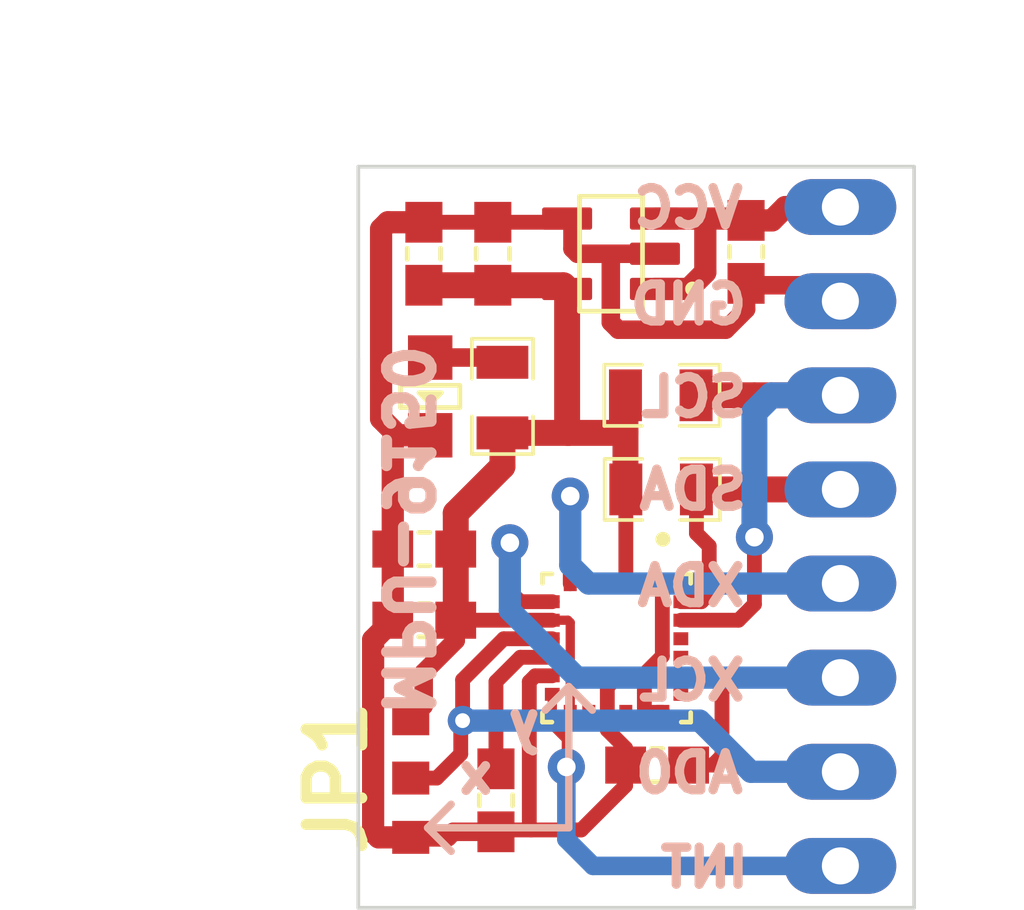
<source format=kicad_pcb>
(kicad_pcb (version 20221018) (generator pcbnew)
  (layers (0 "F.Cu" signal) (31 "B.Cu" signal) (34 "B.Paste" user) (35 "F.Paste" user) (36 "B.SilkS" user "B.Silkscreen") (37 "F.SilkS" user "F.Silkscreen") (38 "B.Mask" user) (39 "F.Mask" user) (44 "Edge.Cuts" user))
  (net 0 "")
  (net 1 "GND")
  (net 2 "Net-(U1-CPOUT)")
  (net 3 "Net-(U1-REGOUT)")
  (net 4 "+3.3V")
  (net 5 "VCC")
  (net 6 "Net-(LED1-A)")
  (net 7 "/SCL")
  (net 8 "/SDA")
  (net 9 "/XDA")
  (net 10 "/XCL")
  (net 11 "/INT")
  (net 20 "/AD0")
  (footprint "footprints:C_0603" (layer "F.Cu") (at 158.6 57.1 90)
    (fp_text reference "C2" hide)
    (fp_text value "100nF")
    (fp_line (start -0.15 -0.45) (end 0.15 -0.45) (stroke (width 0.127)) (layer "F.SilkS"))
    (fp_line (start -0.15 0.45) (end 0.15 0.45) (stroke (width 0.127)) (layer "F.SilkS"))
    (pad "1" smd rect (at -0.85 0 90) (size 1.1 1) (layers "F.Cu" "F.Paste" "F.Mask") (net 1 "GND"))
    (pad "2" smd rect (at 0.85 0 90) (size 1.1 1) (layers "F.Cu" "F.Paste" "F.Mask") (net 3 "Net-(U1-REGOUT)"))
  )
  (footprint "EESTN5:R_0805" (layer "F.Cu") (at 158.775238 46.23175 90)
    (fp_text reference "R3" hide)
    (fp_text value "1K" hide)
    (fp_line (start -1.524 -0.8255) (end -0.508 -0.8255) (stroke (width 0.09906)) (layer "F.SilkS"))
    (fp_line (start -1.524 0.8255) (end -1.524 -0.8255) (stroke (width 0.09906)) (layer "F.SilkS"))
    (fp_line (start -0.508 0.8255) (end -1.524 0.8255) (stroke (width 0.09906)) (layer "F.SilkS"))
    (fp_line (start 0.508 -0.8255) (end 1.5875 -0.8255) (stroke (width 0.09906)) (layer "F.SilkS"))
    (fp_line (start 1.5875 -0.8255) (end 1.5875 0.8255) (stroke (width 0.09906)) (layer "F.SilkS"))
    (fp_line (start 1.5875 0.8255) (end 0.508 0.8255) (stroke (width 0.09906)) (layer "F.SilkS"))
    (pad "1" smd rect (at -0.9525 0 90) (size 0.889 1.397) (layers "F.Cu" "F.Paste" "F.Mask") (net 4 "+3.3V"))
    (pad "2" smd rect (at 0.9525 0 90) (size 0.889 1.397) (layers "F.Cu" "F.Paste" "F.Mask") (net 6 "Net-(LED1-A)"))
  )
  (footprint "footprints:C_0603" (layer "F.Cu") (at 162.95 56.15)
    (fp_text reference "C1" hide)
    (fp_text value "2.2nF")
    (fp_line (start -0.15 -0.45) (end 0.15 -0.45) (stroke (width 0.127)) (layer "F.SilkS"))
    (fp_line (start -0.15 0.45) (end 0.15 0.45) (stroke (width 0.127)) (layer "F.SilkS"))
    (pad "1" smd rect (at -0.85 0) (size 1.1 1) (layers "F.Cu" "F.Paste" "F.Mask") (net 1 "GND"))
    (pad "2" smd rect (at 0.85 0) (size 1.1 1) (layers "F.Cu" "F.Paste" "F.Mask") (net 2 "Net-(U1-CPOUT)"))
  )
  (footprint "footprints:AP2112K-3.3-Sot25" (layer "F.Cu") (at 161.705238 42.35 180)
    (fp_text reference "U2" hide)
    (fp_text value "AP2112K-3.3")
    (fp_line (start -0.85 -1.55) (end -0.85 -1.45) (stroke (width 0.127)) (layer "F.SilkS"))
    (fp_line (start -0.85 1.55) (end -0.85 -1.55) (stroke (width 0.127)) (layer "F.SilkS"))
    (fp_line (start -0.85 1.55) (end -0.85 1.45) (stroke (width 0.127)) (layer "F.SilkS"))
    (fp_line (start 0.85 -1.55) (end -0.85 -1.55) (stroke (width 0.127)) (layer "F.SilkS"))
    (fp_line (start 0.85 -1.55) (end 0.85 -1.45) (stroke (width 0.127)) (layer "F.SilkS"))
    (fp_line (start 0.85 -1.55) (end 0.85 1.55) (stroke (width 0.127)) (layer "F.SilkS"))
    (fp_line (start 0.85 1.55) (end -0.85 1.55) (stroke (width 0.127)) (layer "F.SilkS"))
    (fp_line (start 0.85 1.55) (end 0.85 1.45) (stroke (width 0.127)) (layer "F.SilkS"))
    (fp_circle (center -2.2 -0.95) (end -2.1 -0.95) (stroke (width 0.2)) (fill none) (layer "F.SilkS"))
    (pad "1" smd roundrect (at -1.185 -0.95 90) (size 0.6 1.35) (layers "F.Cu" "F.Paste" "F.Mask") (roundrect_rratio 0.1) (net 5 "VCC"))
    (pad "2" smd roundrect (at -1.185 0 90) (size 0.6 1.35) (layers "F.Cu" "F.Paste" "F.Mask") (roundrect_rratio 0.1) (net 1 "GND"))
    (pad "2" smd roundrect (at 1.185 0.95 90) (size 0.6 1.35) (layers "F.Cu" "F.Paste" "F.Mask") (roundrect_rratio 0.1) (net 1 "GND"))
    (pad "3" smd roundrect (at -1.185 0.95 90) (size 0.6 1.35) (layers "F.Cu" "F.Paste" "F.Mask") (roundrect_rratio 0.1) (net 5 "VCC"))
    (pad "5" smd roundrect (at 1.185 -0.95 90) (size 0.6 1.35) (layers "F.Cu" "F.Paste" "F.Mask") (roundrect_rratio 0.1) (net 4 "+3.3V"))
  )
  (footprint "footprints:C_0603" (layer "F.Cu") (at 156.655238 42.35 -90)
    (fp_text reference "C5" hide)
    (fp_text value "100nF")
    (fp_line (start -0.15 -0.45) (end 0.15 -0.45) (stroke (width 0.127)) (layer "F.SilkS"))
    (fp_line (start -0.15 0.45) (end 0.15 0.45) (stroke (width 0.127)) (layer "F.SilkS"))
    (pad "1" smd rect (at -0.85 0 270) (size 1.1 1) (layers "F.Cu" "F.Paste" "F.Mask") (net 1 "GND"))
    (pad "2" smd rect (at 0.85 0 270) (size 1.1 1) (layers "F.Cu" "F.Paste" "F.Mask") (net 4 "+3.3V"))
  )
  (footprint "EESTN5:Led_0805" (layer "F.Cu") (at 156.825238 46.2 -90)
    (fp_text reference "LED1" hide)
    (fp_text value "LED" hide)
    (fp_line (start -0.3 -0.8) (end 0.3 -0.8) (stroke (width 0.127)) (layer "F.SilkS"))
    (fp_line (start -0.29972 -0.8001) (end -0.29972 0.8001) (stroke (width 0.127)) (layer "F.SilkS"))
    (fp_line (start -0.09906 -0.29972) (end -0.09906 0.29972) (stroke (width 0.127)) (layer "F.SilkS"))
    (fp_line (start -0.09906 0.29972) (end 0.20066 0) (stroke (width 0.127)) (layer "F.SilkS"))
    (fp_line (start 0 -0.20066) (end 0 0.20066) (stroke (width 0.127)) (layer "F.SilkS"))
    (fp_line (start 0.09906 0.09906) (end 0.09906 -0.09906) (stroke (width 0.127)) (layer "F.SilkS"))
    (fp_line (start 0.20066 0) (end -0.09906 -0.29972) (stroke (width 0.127)) (layer "F.SilkS"))
    (fp_line (start 0.29972 0.8001) (end 0.29972 -0.8001) (stroke (width 0.127)) (layer "F.SilkS"))
    (fp_line (start 0.3 0.8) (end -0.3 0.8) (stroke (width 0.127)) (layer "F.SilkS"))
    (pad "1" smd rect (at -1.04902 0 270) (size 1.19888 1.19888) (layers "F.Cu" "F.Paste" "F.Mask") (net 6 "Net-(LED1-A)"))
    (pad "2" smd rect (at 1.04902 0 270) (size 1.19888 1.19888) (layers "F.Cu" "F.Paste" "F.Mask") (net 1 "GND"))
  )
  (footprint "footprints:C_0603" (layer "F.Cu") (at 165.35 42.3 -90)
    (fp_text reference "C7" hide)
    (fp_text value "4.7uF")
    (fp_line (start -0.15 -0.45) (end 0.15 -0.45) (stroke (width 0.127)) (layer "F.SilkS"))
    (fp_line (start -0.15 0.45) (end 0.15 0.45) (stroke (width 0.127)) (layer "F.SilkS"))
    (pad "1" smd rect (at -0.85 0 270) (size 1.1 1) (layers "F.Cu" "F.Paste" "F.Mask") (net 5 "VCC"))
    (pad "2" smd rect (at 0.85 0 270) (size 1.1 1) (layers "F.Cu" "F.Paste" "F.Mask") (net 1 "GND"))
  )
  (footprint "EESTN5:R_0805" (layer "F.Cu") (at 156.3 56.5 90)
    (fp_text reference "JP1" (at 0 -2 90) (layer "F.SilkS") (effects (font (size 1.5 1.5) (thickness 0.3))))
    (fp_text value "Jump" hide)
    (pad "1" smd rect (at -1.6 0 90) (size 0.889 1) (layers "F.Cu" "F.Paste" "F.Mask") (net 1 "GND"))
    (pad "2" smd rect (at 0 0 90) (size 0.889 1) (layers "F.Cu" "F.Paste" "F.Mask") (net 20 "/AD0"))
    (pad "3" smd rect (at 1.6 0 90) (size 0.889 1) (layers "F.Cu" "F.Paste" "F.Mask") (net 4 "+3.3V"))
  )
  (footprint "footprints:C_0603" (layer "F.Cu") (at 156.665238 52.24 180)
    (fp_text reference "C4" hide)
    (fp_text value "10nF")
    (fp_line (start -0.15 -0.45) (end 0.15 -0.45) (stroke (width 0.127)) (layer "F.SilkS"))
    (fp_line (start -0.15 0.45) (end 0.15 0.45) (stroke (width 0.127)) (layer "F.SilkS"))
    (pad "1" smd rect (at -0.85 0 180) (size 1.1 1) (layers "F.Cu" "F.Paste" "F.Mask") (net 4 "+3.3V"))
    (pad "2" smd rect (at 0.85 0 180) (size 1.1 1) (layers "F.Cu" "F.Paste" "F.Mask") (net 1 "GND"))
  )
  (footprint "footprints:C_0603" (layer "F.Cu") (at 158.515238 42.35 -90)
    (fp_text reference "C6" hide)
    (fp_text value "10uF")
    (fp_line (start -0.15 -0.45) (end 0.15 -0.45) (stroke (width 0.127)) (layer "F.SilkS"))
    (fp_line (start -0.15 0.45) (end 0.15 0.45) (stroke (width 0.127)) (layer "F.SilkS"))
    (pad "1" smd rect (at -0.85 0 270) (size 1.1 1) (layers "F.Cu" "F.Paste" "F.Mask") (net 1 "GND"))
    (pad "2" smd rect (at 0.85 0 270) (size 1.1 1) (layers "F.Cu" "F.Paste" "F.Mask") (net 4 "+3.3V"))
  )
  (footprint "footprints:C_0603" (layer "F.Cu") (at 156.665238 50.32 180)
    (fp_text reference "C3" hide)
    (fp_text value "100nF")
    (fp_line (start -0.15 -0.45) (end 0.15 -0.45) (stroke (width 0.127)) (layer "F.SilkS"))
    (fp_line (start -0.15 0.45) (end 0.15 0.45) (stroke (width 0.127)) (layer "F.SilkS"))
    (pad "1" smd rect (at -0.85 0 180) (size 1.1 1) (layers "F.Cu" "F.Paste" "F.Mask") (net 4 "+3.3V"))
    (pad "2" smd rect (at 0.85 0 180) (size 1.1 1) (layers "F.Cu" "F.Paste" "F.Mask") (net 1 "GND"))
  )
  (footprint "EESTN5:R_0805" (layer "F.Cu") (at 163.057738 48.71)
    (fp_text reference "R1" hide)
    (fp_text value "10K" hide)
    (fp_line (start -1.524 -0.8255) (end -0.508 -0.8255) (stroke (width 0.09906)) (layer "F.SilkS"))
    (fp_line (start -1.524 0.8255) (end -1.524 -0.8255) (stroke (width 0.09906)) (layer "F.SilkS"))
    (fp_line (start -0.508 0.8255) (end -1.524 0.8255) (stroke (width 0.09906)) (layer "F.SilkS"))
    (fp_line (start 0.508 -0.8255) (end 1.5875 -0.8255) (stroke (width 0.09906)) (layer "F.SilkS"))
    (fp_line (start 1.5875 -0.8255) (end 1.5875 0.8255) (stroke (width 0.09906)) (layer "F.SilkS"))
    (fp_line (start 1.5875 0.8255) (end 0.508 0.8255) (stroke (width 0.09906)) (layer "F.SilkS"))
    (pad "1" smd rect (at -0.9525 0) (size 0.889 1.397) (layers "F.Cu" "F.Paste" "F.Mask") (net 4 "+3.3V"))
    (pad "2" smd rect (at 0.9525 0) (size 0.889 1.397) (layers "F.Cu" "F.Paste" "F.Mask") (net 8 "/SDA"))
  )
  (footprint "EESTN5:R_0805" (layer "F.Cu") (at 163.047738 46.17)
    (fp_text reference "R2" hide)
    (fp_text value "10K" hide)
    (fp_line (start -1.524 -0.8255) (end -0.508 -0.8255) (stroke (width 0.09906)) (layer "F.SilkS"))
    (fp_line (start -1.524 0.8255) (end -1.524 -0.8255) (stroke (width 0.09906)) (layer "F.SilkS"))
    (fp_line (start -0.508 0.8255) (end -1.524 0.8255) (stroke (width 0.09906)) (layer "F.SilkS"))
    (fp_line (start 0.508 -0.8255) (end 1.5875 -0.8255) (stroke (width 0.09906)) (layer "F.SilkS"))
    (fp_line (start 1.5875 -0.8255) (end 1.5875 0.8255) (stroke (width 0.09906)) (layer "F.SilkS"))
    (fp_line (start 1.5875 0.8255) (end 0.508 0.8255) (stroke (width 0.09906)) (layer "F.SilkS"))
    (pad "1" smd rect (at -0.9525 0) (size 0.889 1.397) (layers "F.Cu" "F.Paste" "F.Mask") (net 4 "+3.3V"))
    (pad "2" smd rect (at 0.9525 0) (size 0.889 1.397) (layers "F.Cu" "F.Paste" "F.Mask") (net 7 "/SCL"))
  )
  (footprint "footprints:MPU-9150-Qfn-24" (layer "F.Cu") (at 161.855238 52.99 -90)
    (fp_text reference "U1" hide)
    (fp_text value "MPU-9150")
    (fp_line (start -2 -2) (end -1.745 -2) (stroke (width 0.127)) (layer "F.SilkS"))
    (fp_line (start -2 -1.745) (end -2 -2) (stroke (width 0.127)) (layer "F.SilkS"))
    (fp_line (start -2 2) (end -2 1.745) (stroke (width 0.127)) (layer "F.SilkS"))
    (fp_line (start -1.745 2) (end -2 2) (stroke (width 0.127)) (layer "F.SilkS"))
    (fp_line (start 1.745 -2) (end 2 -2) (stroke (width 0.127)) (layer "F.SilkS"))
    (fp_line (start 2 -2) (end 2 -1.745) (stroke (width 0.127)) (layer "F.SilkS"))
    (fp_line (start 2 2) (end 1.745 2) (stroke (width 0.127)) (layer "F.SilkS"))
    (fp_line (start 2 2) (end 2 1.745) (stroke (width 0.127)) (layer "F.SilkS"))
    (fp_circle (center -2.935 -1.25) (end -2.835 -1.25) (stroke (width 0.2)) (fill none) (layer "F.SilkS"))
    (pad "1" smd rect (at -1.735 -1.25 270) (size 0.4 0.35) (layers "F.Cu" "F.Paste") (net 1 "GND"))
    (pad "2" smd rect (at -1.735 -0.75 270) (size 0.4 0.35) (layers "F.Cu" "F.Paste"))
    (pad "3" smd rect (at -1.735 -0.25 270) (size 0.4 0.35) (layers "F.Cu" "F.Paste") (net 4 "+3.3V"))
    (pad "4" smd rect (at -1.735 0.25 270) (size 0.4 0.35) (layers "F.Cu" "F.Paste"))
    (pad "5" smd rect (at -1.735 0.75 270) (size 0.4 0.35) (layers "F.Cu" "F.Paste"))
    (pad "6" smd rect (at -1.735 1.25 270) (size 0.4 0.35) (layers "F.Cu" "F.Paste") (net 9 "/XDA"))
    (pad "7" smd rect (at -1.25 1.735 270) (size 0.35 0.4) (layers "F.Cu" "F.Paste") (net 10 "/XCL"))
    (pad "8" smd rect (at -0.75 1.735 270) (size 0.35 0.4) (layers "F.Cu" "F.Paste") (net 4 "+3.3V"))
    (pad "9" smd rect (at -0.25 1.735 270) (size 0.35 0.4) (layers "F.Cu" "F.Paste") (net 20 "/AD0"))
    (pad "10" smd rect (at 0.25 1.735 270) (size 0.35 0.4) (layers "F.Cu" "F.Paste") (net 3 "Net-(U1-REGOUT)"))
    (pad "11" smd rect (at 0.75 1.735 270) (size 0.35 0.4) (layers "F.Cu" "F.Paste") (net 1 "GND"))
    (pad "12" smd rect (at 1.25 1.735 270) (size 0.35 0.4) (layers "F.Cu" "F.Paste") (net 11 "/INT"))
    (pad "13" smd rect (at 1.735 1.25 270) (size 0.4 0.35) (layers "F.Cu" "F.Paste") (net 4 "+3.3V"))
    (pad "14" smd rect (at 1.735 0.75 270) (size 0.4 0.35) (layers "F.Cu" "F.Paste"))
    (pad "15" smd rect (at 1.735 0.25 270) (size 0.4 0.35) (layers "F.Cu" "F.Paste") (net 1 "GND"))
    (pad "16" smd rect (at 1.735 -0.25 270) (size 0.4 0.35) (layers "F.Cu" "F.Paste"))
    (pad "17" smd rect (at 1.735 -0.75 270) (size 0.4 0.35) (layers "F.Cu" "F.Paste") (net 1 "GND"))
    (pad "18" smd rect (at 1.735 -1.25 270) (size 0.4 0.35) (layers "F.Cu" "F.Paste") (net 1 "GND"))
    (pad "19" smd rect (at 1.25 -1.735 270) (size 0.35 0.4) (layers "F.Cu" "F.Paste"))
    (pad "20" smd rect (at 0.75 -1.735 270) (size 0.35 0.4) (layers "F.Cu" "F.Paste") (net 2 "Net-(U1-CPOUT)"))
    (pad "21" smd rect (at 0.25 -1.735 270) (size 0.35 0.4) (layers "F.Cu" "F.Paste"))
    (pad "22" smd rect (at -0.25 -1.735 270) (size 0.35 0.4) (layers "F.Cu" "F.Paste"))
    (pad "23" smd rect (at -0.75 -1.735 270) (size 0.35 0.4) (layers "F.Cu" "F.Paste") (net 7 "/SCL"))
    (pad "24" smd rect (at -1.25 -1.735 270) (size 0.35 0.4) (layers "F.Cu" "F.Paste") (net 8 "/SDA"))
  )
  (footprint "clipboard:70e4de65-3598-4798-9b89-24573daf4825" (layer "B.Cu") (at 156.755988 58.38175 180)
    (fp_text reference "" (at 0 0) (layer "B.SilkS") (effects (font (size 1.27 1.27)) (justify mirror)))
    (fp_text value "" (at 0 0) (layer "B.SilkS") (effects (font (size 1.27 1.27)) (justify mirror)))
    (fp_text user "y" (at -2.6 3.4) (layer "B.SilkS") (effects (font (thickness 0.25) bold) (justify mirror)))
    (fp_text user "x" (at -1.3 2) (layer "B.SilkS") (effects (font (thickness 0.25) bold) (justify mirror)))
    (fp_line (start -3.81 0.54) (end -3.81 4.35) (stroke (width 0.2)) (layer "B.SilkS"))
    (fp_line (start -3.81 0.54) (end 0 0.54) (stroke (width 0.2)) (layer "B.SilkS"))
    (fp_line (start -3.81 4.35) (end -4.445 3.715) (stroke (width 0.2)) (layer "B.SilkS"))
    (fp_line (start -3.81 4.35) (end -3.175 3.715) (stroke (width 0.2)) (layer "B.SilkS"))
    (fp_line (start 0 0.54) (end -0.635 -0.095) (stroke (width 0.2)) (layer "B.SilkS"))
    (fp_line (start 0 0.54) (end -0.635 1.175) (stroke (width 0.2)) (layer "B.SilkS"))
  )
  (footprint "footprints:GY-521-MPU-6050" (layer "B.Cu") (at 167.895238 50 180)
    (fp_text reference "P1" hide)
    (fp_text value "CONN_01X08")
    (pad "1" thru_hole oval (at 0 8.91 180) (size 3.016 1.508) (drill 1) (layers "*.Cu" "*.Mask") (net 5 "VCC"))
    (pad "2" thru_hole oval (at 0 6.37 180) (size 3.016 1.508) (drill 1) (layers "*.Cu" "*.Mask") (net 1 "GND"))
    (pad "3" thru_hole oval (at 0 3.83 180) (size 3.016 1.508) (drill 1) (layers "*.Cu" "*.Mask") (net 7 "/SCL"))
    (pad "4" thru_hole oval (at 0 1.29 180) (size 3.016 1.508) (drill 1) (layers "*.Cu" "*.Mask") (net 8 "/SDA"))
    (pad "5" thru_hole oval (at 0 -1.25 180) (size 3.016 1.508) (drill 1) (layers "*.Cu" "*.Mask") (net 9 "/XDA"))
    (pad "6" thru_hole oval (at 0 -3.79 180) (size 3.016 1.508) (drill 1) (layers "*.Cu" "*.Mask") (net 10 "/XCL"))
    (pad "7" thru_hole oval (at 0 -6.33 180) (size 3.016 1.508) (drill 1) (layers "*.Cu" "*.Mask") (net 20 "/AD0"))
    (pad "8" thru_hole oval (at 0 -8.87 180) (size 3.016 1.508) (drill 1) (layers "*.Cu" "*.Mask") (net 11 "/INT"))
  )
  (gr_line (start 154.885238 60) (end 154.885238 40) (stroke (width 0.1)) (layer "Edge.Cuts"))
  (gr_line (start 169.885238 60) (end 169.885238 40) (stroke (width 0.1)) (layer "Edge.Cuts"))
  (gr_line (start 154.885238 54.825) (end 154.885238 45.175) (stroke (width 0.1)) (layer "Edge.Cuts"))
  (gr_line (start 154.885238 40) (end 169.885238 40) (stroke (width 0.1)) (layer "Edge.Cuts"))
  (gr_line (start 154.885238 60) (end 169.885238 60) (stroke (width 0.1)) (layer "Edge.Cuts"))
  (gr_text "INT" (at 165.535238 59.5) (layer "B.SilkS") (effects (font (size 1 1) (thickness 0.25) bold) (justify left bottom mirror)))
  (gr_text "XCL" (at 165.435238 54.45) (layer "B.SilkS") (effects (font (size 1 1) (thickness 0.25) bold) (justify left bottom mirror)))
  (gr_text "SDA" (at 165.485238 49.3) (layer "B.SilkS") (effects (font (size 1 1) (thickness 0.25) bold) (justify left bottom mirror)))
  (gr_text "XDA" (at 165.435238 51.9) (layer "B.SilkS") (effects (font (size 1 1) (thickness 0.25) bold) (justify left bottom mirror)))
  (gr_text "VCC\n" (at 165.385238 41.7) (layer "B.SilkS") (effects (font (size 1 1) (thickness 0.25) bold) (justify left bottom mirror)))
  (gr_text "AD0" (at 165.385238 56.95) (layer "B.SilkS") (effects (font (size 1 1) (thickness 0.25) bold) (justify left bottom mirror)))
  (gr_text "SCL\n" (at 165.485238 46.8) (layer "B.SilkS") (effects (font (size 1 1) (thickness 0.25) bold) (justify left bottom mirror)))
  (gr_text "MPU-9150" (at 155.485238 54.95 -90) (layer "B.SilkS") (effects (font (size 1.2 1.2) (thickness 0.3) bold) (justify left bottom mirror)))
  (gr_text "GND" (at 165.485238 44.3) (layer "B.SilkS") (effects (font (size 1 1) (thickness 0.25) bold) (justify left bottom mirror)))
  (segment (start 158.65 57.9) (end 158.6 57.95) (width 0.4) (layer "F.Cu") (net 1))
  (segment (start 158.515238 41.5) (end 160.575238 41.5) (width 0.4) (layer "F.Cu") (net 1))
  (segment (start 155.5 46.8) (end 155.94902 47.24902) (width 0.6) (layer "F.Cu") (net 1))
  (segment (start 161.7 44.2) (end 161.7 42.45) (width 0.5) (layer "F.Cu") (net 1))
  (segment (start 161.8 42.35) (end 162.890238 42.35) (width 0.5) (layer "F.Cu") (net 1))
  (segment (start 161.605238 54.044762) (end 161.605238 54.725) (width 0.4) (layer "F.Cu") (net 1))
  (segment (start 155.815238 52.24) (end 155.285238 52.77) (width 0.6) (layer "F.Cu") (net 1))
  (segment (start 161.605238 54.725) (end 161.605238 55.2) (width 0.4) (layer "F.Cu") (net 1))
  (segment (start 165.4 43.2) (end 165.35 43.15) (width 0.5) (layer "F.Cu") (net 1))
  (segment (start 161.9 44.4) (end 161.7 44.2) (width 0.5) (layer "F.Cu") (net 1))
  (segment (start 162.1 55.694762) (end 162.1 56.15) (width 0.4) (layer "F.Cu") (net 1))
  (segment (start 161.955238 53.694762) (end 161.605238 54.044762) (width 0.4) (layer "F.Cu") (net 1))
  (segment (start 160.8 42.35) (end 161.8 42.35) (width 0.5) (layer "F.Cu") (net 1))
  (segment (start 155.815238 50.32) (end 155.815238 52.24) (width 0.6) (layer "F.Cu") (net 1))
  (segment (start 165.35 43.85) (end 164.8 44.4) (width 0.5) (layer "F.Cu") (net 1))
  (segment (start 157.45 57.95) (end 157.3 58.1) (width 0.5) (layer "F.Cu") (net 1))
  (segment (start 155.285238 52.77) (end 155.285238 57.95) (width 0.6) (layer "F.Cu") (net 1))
  (segment (start 155.685238 41.5) (end 155.5 41.685238) (width 0.6) (layer "F.Cu") (net 1))
  (segment (start 155.5 41.685238) (end 155.5 46.8) (width 0.6) (layer "F.Cu") (net 1))
  (segment (start 160.665238 41.59) (end 160.665238 42.215238) (width 0.5) (layer "F.Cu") (net 1))
  (segment (start 163.090238 51.27) (end 163.090238 53.209762) (width 0.4) (layer "F.Cu") (net 1))
  (segment (start 155.435238 58.1) (end 156.3 58.1) (width 0.6) (layer "F.Cu") (net 1))
  (segment (start 161.7 42.45) (end 161.8 42.35) (width 0.5) (layer "F.Cu") (net 1))
  (segment (start 162.605238 53.694762) (end 162.605238 54.205238) (width 0.4) (layer "F.Cu") (net 1))
  (segment (start 165.35 43.15) (end 165.35 43.85) (width 0.5) (layer "F.Cu") (net 1))
  (segment (start 159.55 57.9) (end 159.5 57.85) (width 0.4) (layer "F.Cu") (net 1))
  (segment (start 163.105238 51.255) (end 163.090238 51.27) (width 0.4) (layer "F.Cu") (net 1))
  (segment (start 158.515238 41.5) (end 156.655238 41.5) (width 0.4) (layer "F.Cu") (net 1))
  (segment (start 164.8 44.4) (end 161.9 44.4) (width 0.5) (layer "F.Cu") (net 1))
  (segment (start 157.3 58.1) (end 156.3 58.1) (width 0.5) (layer "F.Cu") (net 1))
  (segment (start 159.5 57.85) (end 159.5 53.9) (width 0.4) (layer "F.Cu") (net 1))
  (segment (start 160.9 57.9) (end 158.65 57.9) (width 0.4) (layer "F.Cu") (net 1))
  (segment (start 163.090238 53.209762) (end 162.605238 53.694762) (width 0.4) (layer "F.Cu") (net 1))
  (segment (start 162.1 56.15) (end 162.1 56.7) (width 0.4) (layer "F.Cu") (net 1))
  (segment (start 159.5 53.9) (end 159.66 53.74) (width 0.4) (layer "F.Cu") (net 1))
  (segment (start 162.605238 53.694762) (end 161.955238 53.694762) (width 0.4) (layer "F.Cu") (net 1))
  (segment (start 162.605238 54.725) (end 162.605238 54.205238) (width 0.4) (layer "F.Cu") (net 1))
  (segment (start 167.895238 43.63) (end 167.465238 43.2) (width 0.5) (layer "F.Cu") (net 1))
  (segment (start 161.605238 55.2) (end 162.1 55.694762) (width 0.4) (layer "F.Cu") (net 1))
  (segment (start 158.6 57.95) (end 157.45 57.95) (width 0.5) (layer "F.Cu") (net 1))
  (segment (start 160.665238 42.215238) (end 160.8 42.35) (width 0.5) (layer "F.Cu") (net 1))
  (segment (start 163.105238 54.725) (end 162.605238 54.725) (width 0.4) (layer "F.Cu") (net 1))
  (segment (start 162.1 56.7) (end 160.9 57.9) (width 0.4) (layer "F.Cu") (net 1))
  (segment (start 155.285238 57.95) (end 155.435238 58.1) (width 0.6) (layer "F.Cu") (net 1))
  (segment (start 167.465238 43.2) (end 165.4 43.2) (width 0.5) (layer "F.Cu") (net 1))
  (segment (start 159.66 53.74) (end 160.120238 53.74) (width 0.4) (layer "F.Cu") (net 1))
  (segment (start 155.94902 47.24902) (end 155.815238 47.382802) (width 0.6) (layer "F.Cu") (net 1))
  (segment (start 156.655238 41.5) (end 155.685238 41.5) (width 0.6) (layer "F.Cu") (net 1))
  (segment (start 155.94902 47.24902) (end 156.825238 47.24902) (width 0.6) (layer "F.Cu") (net 1))
  (segment (start 155.815238 47.382802) (end 155.815238 50.32) (width 0.6) (layer "F.Cu") (net 1))
  (segment (start 164.385238 53.74) (end 163.590238 53.74) (width 0.4) (layer "F.Cu") (net 2))
  (segment (start 164.7 55.9) (end 164.7 54.054762) (width 0.4) (layer "F.Cu") (net 2))
  (segment (start 164.7 54.054762) (end 164.385238 53.74) (width 0.4) (layer "F.Cu") (net 2))
  (segment (start 164.45 56.15) (end 164.7 55.9) (width 0.4) (layer "F.Cu") (net 2))
  (segment (start 163.8 56.15) (end 164.45 56.15) (width 0.4) (layer "F.Cu") (net 2))
  (segment (start 159.26 53.24) (end 160.120238 53.24) (width 0.4) (layer "F.Cu") (net 3))
  (segment (start 158.6 53.9) (end 159.26 53.24) (width 0.4) (layer "F.Cu") (net 3))
  (segment (start 158.6 56.25) (end 158.6 53.9) (width 0.4) (layer "F.Cu") (net 3))
  (segment (start 157.515238 50.32) (end 157.515238 52.24) (width 0.7) (layer "F.Cu") (net 4))
  (segment (start 158.515238 43.2) (end 160.420238 43.2) (width 0.7) (layer "F.Cu") (net 4))
  (segment (start 162.090988 47.18425) (end 160.545238 47.18425) (width 0.7) (layer "F.Cu") (net 4))
  (segment (start 158.775238 48.09) (end 157.515238 49.35) (width 0.7) (layer "F.Cu") (net 4))
  (segment (start 160.520238 47.15925) (end 160.545238 47.18425) (width 0.7) (layer "F.Cu") (net 4))
  (segment (start 162.095238 47.18) (end 162.090988 47.18425) (width 0.7) (layer "F.Cu") (net 4))
  (segment (start 162.095238 48.7) (end 162.105238 48.71) (width 0.7) (layer "F.Cu") (net 4))
  (segment (start 156.655238 43.2) (end 158.515238 43.2) (width 0.7) (layer "F.Cu") (net 4))
  (segment (start 158.775238 47.18425) (end 158.775238 48.09) (width 0.7) (layer "F.Cu") (net 4))
  (segment (start 160.520238 43.3) (end 160.520238 47.15925) (width 0.7) (layer "F.Cu") (net 4))
  (segment (start 156.65 53.65) (end 157.515238 52.784762) (width 0.5) (layer "F.Cu") (net 4))
  (segment (start 160.54 52.24) (end 160.120238 52.24) (width 0.25) (layer "F.Cu") (net 4))
  (segment (start 157.515238 49.35) (end 157.515238 50.32) (width 0.7) (layer "F.Cu") (net 4))
  (segment (start 156.3 54.9) (end 156.65 54.55) (width 0.5) (layer "F.Cu") (net 4))
  (segment (start 160.605238 52.305238) (end 160.54 52.24) (width 0.25) (layer "F.Cu") (net 4))
  (segment (start 156.65 54.55) (end 156.65 53.65) (width 0.5) (layer "F.Cu") (net 4))
  (segment (start 162.095238 46.17) (end 162.095238 47.18) (width 0.7) (layer "F.Cu") (net 4))
  (segment (start 157.515238 52.784762) (end 157.515238 52.24) (width 0.5) (layer "F.Cu") (net 4))
  (segment (start 162.105238 51.255) (end 162.105238 48.71) (width 0.4) (layer "F.Cu") (net 4))
  (segment (start 160.545238 47.18425) (end 158.775238 47.18425) (width 0.7) (layer "F.Cu") (net 4))
  (segment (start 160.605238 54.725) (end 160.605238 52.305238) (width 0.25) (layer "F.Cu") (net 4))
  (segment (start 157.515238 52.24) (end 160.120238 52.24) (width 0.4) (layer "F.Cu") (net 4))
  (segment (start 162.095238 47.18) (end 162.095238 48.7) (width 0.7) (layer "F.Cu") (net 4))
  (segment (start 160.420238 43.2) (end 160.520238 43.3) (width 0.7) (layer "F.Cu") (net 4))
  (segment (start 166.05 41.45) (end 165.35 41.45) (width 0.6) (layer "F.Cu") (net 5))
  (segment (start 163.8 43.3) (end 162.890238 43.3) (width 0.6) (layer "F.Cu") (net 5))
  (segment (start 164.25 42.85) (end 163.8 43.3) (width 0.6) (layer "F.Cu") (net 5))
  (segment (start 165.3 41.4) (end 165.35 41.45) (width 0.6) (layer "F.Cu") (net 5))
  (segment (start 167.895238 41.09) (end 166.41 41.09) (width 0.6) (layer "F.Cu") (net 5))
  (segment (start 162.890238 41.4) (end 164.25 41.4) (width 0.6) (layer "F.Cu") (net 5))
  (segment (start 164.25 41.4) (end 164.25 42.85) (width 0.6) (layer "F.Cu") (net 5))
  (segment (start 164.25 41.4) (end 165.3 41.4) (width 0.6) (layer "F.Cu") (net 5))
  (segment (start 166.41 41.09) (end 166.05 41.45) (width 0.6) (layer "F.Cu") (net 5))
  (segment (start 158.646968 45.15098) (end 158.775238 45.27925) (width 0.5) (layer "F.Cu") (net 6))
  (segment (start 156.825238 45.15098) (end 158.646968 45.15098) (width 0.5) (layer "F.Cu") (net 6))
  (segment (start 165.575238 51.81) (end 165.145238 52.24) (width 0.4) (layer "F.Cu") (net 7))
  (segment (start 165.575238 46.17) (end 164.000238 46.17) (width 0.7) (layer "F.Cu") (net 7))
  (segment (start 165.145238 52.24) (end 163.590238 52.24) (width 0.4) (layer "F.Cu") (net 7))
  (segment (start 167.895238 46.17) (end 165.575238 46.17) (width 0.7) (layer "F.Cu") (net 7))
  (segment (start 165.575238 50) (end 165.575238 51.81) (width 0.4) (layer "F.Cu") (net 7))
  (via (at 165.575238 50) (size 1) (drill 0.5) (layers "F.Cu" "B.Cu") (net 7))
  (segment (start 165.575238 46.624762) (end 166.03 46.17) (width 0.7) (layer "B.Cu") (net 7))
  (segment (start 166.03 46.17) (end 167.895238 46.17) (width 0.7) (layer "B.Cu") (net 7))
  (segment (start 165.575238 50) (end 165.575238 46.624762) (width 0.7) (layer "B.Cu") (net 7))
  (segment (start 167.895238 48.71) (end 164.010238 48.71) (width 0.7) (layer "F.Cu") (net 8))
  (segment (start 164.145238 51.74) (end 163.590238 51.74) (width 0.4) (layer "F.Cu") (net 8))
  (segment (start 164.355238 51.53) (end 164.355238 50.24) (width 0.4) (layer "F.Cu") (net 8))
  (segment (start 164.355238 50.24) (end 164.010238 49.895) (width 0.4) (layer "F.Cu") (net 8))
  (segment (start 164.145238 51.74) (end 164.355238 51.53) (width 0.4) (layer "F.Cu") (net 8))
  (segment (start 164.010238 49.895) (end 164.010238 48.71) (width 0.4) (layer "F.Cu") (net 8))
  (segment (start 160.605238 51.255) (end 160.605238 48.89) (width 0.4) (layer "F.Cu") (net 9))
  (via (at 160.605238 48.89) (size 1) (drill 0.5) (layers "F.Cu" "B.Cu") (net 9))
  (segment (start 160.605238 50.755238) (end 161.1 51.25) (width 0.6) (layer "B.Cu") (net 9))
  (segment (start 160.605238 48.89) (end 160.605238 50.755238) (width 0.6) (layer "B.Cu") (net 9))
  (segment (start 161.1 51.25) (end 167.895238 51.25) (width 0.6) (layer "B.Cu") (net 9))
  (segment (start 167.895238 53.79) (end 167.065238 53.79) (width 0.7) (layer "F.Cu") (net 10))
  (segment (start 158.975238 51.46) (end 158.975238 50.15) (width 0.4) (layer "F.Cu") (net 10))
  (segment (start 159.255238 51.74) (end 158.975238 51.46) (width 0.4) (layer "F.Cu") (net 10))
  (segment (start 160.120238 51.74) (end 159.255238 51.74) (width 0.4) (layer "F.Cu") (net 10))
  (via (at 158.975238 50.15) (size 1) (drill 0.5) (layers "F.Cu" "B.Cu") (net 10))
  (segment (start 158.975238 50.15) (end 158.975238 51.975238) (width 0.6) (layer "B.Cu") (net 10))
  (segment (start 158.975238 51.975238) (end 160.79 53.79) (width 0.6) (layer "B.Cu") (net 10))
  (segment (start 160.79 53.79) (end 167.895238 53.79) (width 0.6) (layer "B.Cu") (net 10))
  (segment (start 160.120238 55.070238) (end 160.120238 54.24) (width 0.25) (layer "F.Cu") (net 11))
  (segment (start 160.5 56.2) (end 160.5 55.45) (width 0.25) (layer "F.Cu") (net 11))
  (segment (start 160.5 55.45) (end 160.120238 55.070238) (width 0.25) (layer "F.Cu") (net 11))
  (via (at 160.5 56.2) (size 1) (drill 0.5) (layers "F.Cu" "B.Cu") (net 11))
  (segment (start 161.22 58.87) (end 167.895238 58.87) (width 0.5) (layer "B.Cu") (net 11))
  (segment (start 160.5 56.2) (end 160.5 58.15) (width 0.5) (layer "B.Cu") (net 11))
  (segment (start 160.5 58.15) (end 161.22 58.87) (width 0.5) (layer "B.Cu") (net 11))
  (segment (start 157.7 53.85) (end 158.81 52.74) (width 0.4) (layer "F.Cu") (net 20))
  (segment (start 157.7 54.95) (end 157.7 53.85) (width 0.4) (layer "F.Cu") (net 20))
  (segment (start 157.7 54.95) (end 157.65 55) (width 0.4) (layer "F.Cu") (net 20))
  (segment (start 157.65 55) (end 157.65 55.85) (width 0.4) (layer "F.Cu") (net 20))
  (segment (start 157 56.5) (end 156.3 56.5) (width 0.4) (layer "F.Cu") (net 20))
  (segment (start 158.81 52.74) (end 160.120238 52.74) (width 0.4) (layer "F.Cu") (net 20))
  (segment (start 157.65 55.85) (end 157 56.5) (width 0.4) (layer "F.Cu") (net 20))
  (via (at 157.7 54.95) (size 0.8) (drill 0.4) (layers "F.Cu" "B.Cu") (net 20))
  (segment (start 157.7 54.95) (end 164.1 54.95) (width 0.6) (layer "B.Cu") (net 20))
  (segment (start 164.1 54.95) (end 165.48 56.33) (width 0.6) (layer "B.Cu") (net 20))
  (segment (start 165.48 56.33) (end 167.895238 56.33) (width 0.6) (layer "B.Cu") (net 20))
)
</source>
